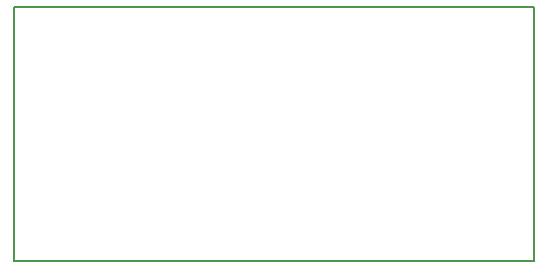
<source format=gbr>
G04 #@! TF.GenerationSoftware,KiCad,Pcbnew,(5.0.2)-1*
G04 #@! TF.CreationDate,2020-02-08T04:52:55-08:00*
G04 #@! TF.ProjectId,Pa Rev 2.0,50612052-6576-4203-922e-302e6b696361,rev?*
G04 #@! TF.SameCoordinates,Original*
G04 #@! TF.FileFunction,Profile,NP*
%FSLAX46Y46*%
G04 Gerber Fmt 4.6, Leading zero omitted, Abs format (unit mm)*
G04 Created by KiCad (PCBNEW (5.0.2)-1) date 2/8/2020 4:52:55 AM*
%MOMM*%
%LPD*%
G01*
G04 APERTURE LIST*
%ADD10C,0.150000*%
G04 APERTURE END LIST*
D10*
X46000000Y-60500000D02*
X90000000Y-60500000D01*
X46000000Y-60500000D02*
X46000000Y-82000000D01*
X90000000Y-82000000D02*
X46000000Y-82000000D01*
X90000000Y-82000000D02*
X90000000Y-60500000D01*
M02*

</source>
